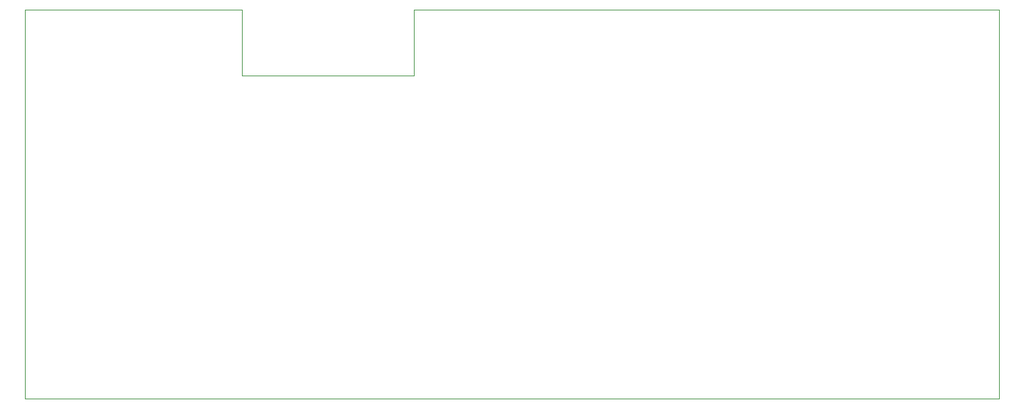
<source format=gbr>
%TF.GenerationSoftware,KiCad,Pcbnew,(6.0.4)*%
%TF.CreationDate,2022-12-19T16:37:55+01:00*%
%TF.ProjectId,kinderradio,6b696e64-6572-4726-9164-696f2e6b6963,rev?*%
%TF.SameCoordinates,Original*%
%TF.FileFunction,Profile,NP*%
%FSLAX46Y46*%
G04 Gerber Fmt 4.6, Leading zero omitted, Abs format (unit mm)*
G04 Created by KiCad (PCBNEW (6.0.4)) date 2022-12-19 16:37:55*
%MOMM*%
%LPD*%
G01*
G04 APERTURE LIST*
%TA.AperFunction,Profile*%
%ADD10C,0.100000*%
%TD*%
G04 APERTURE END LIST*
D10*
X169500000Y-37000000D02*
X169500000Y-84500000D01*
X50500000Y-37000000D02*
X77000000Y-37000000D01*
X77000000Y-45000000D02*
X98000000Y-45000000D01*
X50500000Y-84500000D02*
X50500000Y-75500000D01*
X98000000Y-45000000D02*
X98000000Y-37000000D01*
X169500000Y-84500000D02*
X50500000Y-84500000D01*
X50500000Y-75500000D02*
X50500000Y-37000000D01*
X77000000Y-37000000D02*
X77000000Y-45000000D01*
X98000000Y-37000000D02*
X169500000Y-37000000D01*
M02*

</source>
